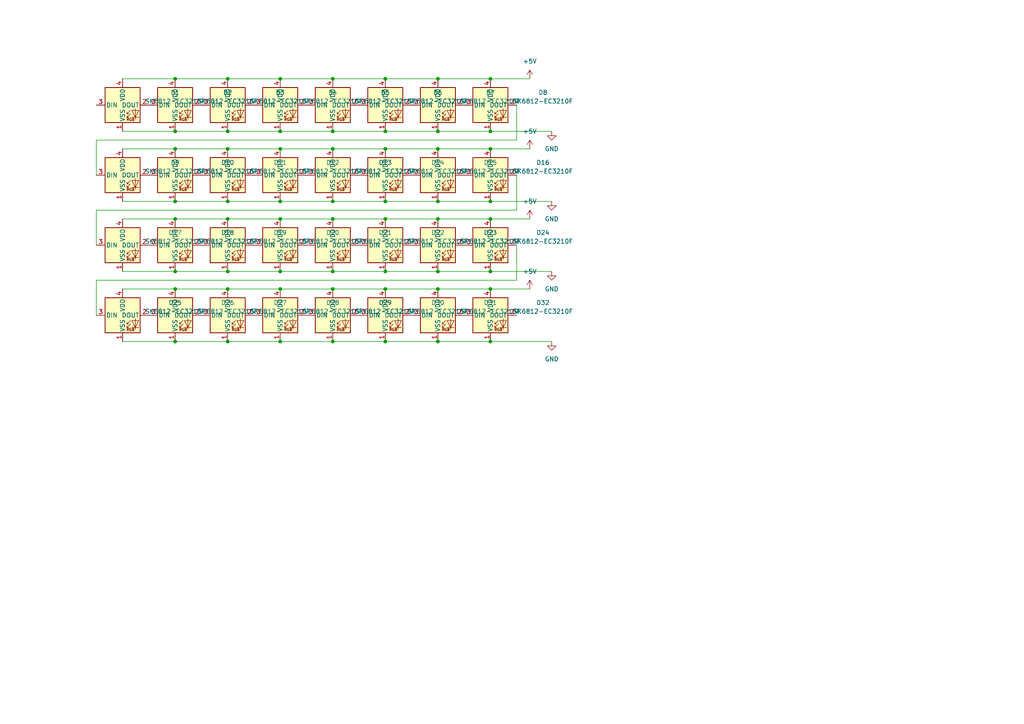
<source format=kicad_sch>
(kicad_sch (version 20230121) (generator eeschema)
  (paper "A4")
  (lib_symbols
    (symbol "CustomSymbols:SK6812-EC3210F" (pin_names (offset 0.254))
      (property "Reference" "D" (at 5.08 5.715 0))
      (property "Value" "SK6812-EC3210F" (at 1.27 -5.715 0))
      (symbol "SK6812-EC3210F_0_0"
        (text "RGB" (at 2.286 -4.191 0) (effects (font (size 0.762 0.762))))
      )
      (symbol "SK6812-EC3210F_0_1"
        (polyline (pts (xy 1.27 -3.556) (xy 1.778 -3.556)))
        (polyline (pts (xy 1.27 -2.54) (xy 1.778 -2.54)))
        (polyline (pts (xy 4.699 -3.556) (xy 2.667 -3.556)))
        (polyline (pts (xy 2.286 -2.54) (xy 1.27 -3.556) (xy 1.27 -3.048)))
        (polyline (pts (xy 2.286 -1.524) (xy 1.27 -2.54) (xy 1.27 -2.032)))
        (polyline (pts (xy 3.683 -1.016) (xy 3.683 -3.556) (xy 3.683 -4.064)))
        (polyline (pts (xy 4.699 -1.524) (xy 2.667 -1.524) (xy 3.683 -3.556) (xy 4.699 -1.524)))
        (rectangle (start 5.08 5.08) (end -5.08 -5.08) (stroke (width 0.254)) (fill (type background)))
      )
      (symbol "SK6812-EC3210F_1_1"
        (pin power_in line (at 0 -7.62 90) (length 2.54) (name "VSS") (number "1"))
        (pin output line (at 7.62 0 180) (length 2.54) (name "DOUT") (number "2"))
        (pin input line (at -7.62 0 0) (length 2.54) (name "DIN") (number "3"))
        (pin power_in line (at 0 7.62 270) (length 2.54) (name "VDD") (number "4"))
      )
    )
    (symbol "power:+5V" (power) (pin_names (offset 0))
      (property "Value" "+5V" (at 0 3.556 0))
      (symbol "+5V_0_1"
        (polyline (pts (xy -0.762 1.27) (xy 0 2.54)))
        (polyline (pts (xy 0 0) (xy 0 2.54)))
        (polyline (pts (xy 0 2.54) (xy 0.762 1.27)))
      )
      (symbol "+5V_1_1"
        (pin power_in line (at 0 0 90) (length 0) hide (name "+5V") (number "1"))
      )
    )
    (symbol "power:GND" (power) (pin_names (offset 0))
      (property "Value" "GND" (at 0 -3.81 0))
      (symbol "GND_0_1"
        (polyline (pts (xy 0 0) (xy 0 -1.27) (xy 1.27 -1.27) (xy 0 -2.54) (xy -1.27 -1.27) (xy 0 -1.27)))
      )
      (symbol "GND_1_1"
        (pin power_in line (at 0 0 270) (length 0) hide (name "GND") (number "1"))
      )
    )
  )
  (junction (at 111.76 22.86))
  (junction (at 50.8 58.42))
  (junction (at 111.76 63.5))
  (junction (at 142.24 38.1))
  (junction (at 142.24 58.42))
  (junction (at 142.24 99.06))
  (junction (at 66.04 38.1))
  (junction (at 127 78.74))
  (junction (at 50.8 38.1))
  (junction (at 111.76 78.74))
  (junction (at 96.52 22.86))
  (junction (at 96.52 78.74))
  (junction (at 127 58.42))
  (junction (at 111.76 38.1))
  (junction (at 96.52 83.82))
  (junction (at 142.24 22.86))
  (junction (at 50.8 22.86))
  (junction (at 142.24 43.18))
  (junction (at 50.8 99.06))
  (junction (at 50.8 63.5))
  (junction (at 127 63.5))
  (junction (at 127 38.1))
  (junction (at 111.76 43.18))
  (junction (at 96.52 99.06))
  (junction (at 66.04 58.42))
  (junction (at 142.24 78.74))
  (junction (at 50.8 78.74))
  (junction (at 127 43.18))
  (junction (at 66.04 99.06))
  (junction (at 81.28 99.06))
  (junction (at 96.52 58.42))
  (junction (at 81.28 43.18))
  (junction (at 66.04 22.86))
  (junction (at 81.28 63.5))
  (junction (at 96.52 38.1))
  (junction (at 81.28 83.82))
  (junction (at 66.04 78.74))
  (junction (at 111.76 83.82))
  (junction (at 50.8 43.18))
  (junction (at 127 83.82))
  (junction (at 142.24 83.82))
  (junction (at 81.28 78.74))
  (junction (at 66.04 83.82))
  (junction (at 81.28 58.42))
  (junction (at 96.52 63.5))
  (junction (at 127 22.86))
  (junction (at 142.24 63.5))
  (junction (at 81.28 38.1))
  (junction (at 111.76 58.42))
  (junction (at 66.04 63.5))
  (junction (at 96.52 43.18))
  (junction (at 50.8 83.82))
  (junction (at 127 99.06))
  (junction (at 111.76 99.06))
  (junction (at 81.28 22.86))
  (junction (at 66.04 43.18))
  (wire (pts (xy 111.76 63.5) (xy 127 63.5)))
  (wire (pts (xy 96.52 58.42) (xy 111.76 58.42)))
  (wire (pts (xy 111.76 38.1) (xy 127 38.1)))
  (wire (pts (xy 81.28 38.1) (xy 96.52 38.1)))
  (wire (pts (xy 66.04 22.86) (xy 81.28 22.86)))
  (wire (pts (xy 35.56 78.74) (xy 50.8 78.74)))
  (wire (pts (xy 142.24 99.06) (xy 160.02 99.06)))
  (wire (pts (xy 127 78.74) (xy 142.24 78.74)))
  (wire (pts (xy 111.76 83.82) (xy 127 83.82)))
  (wire (pts (xy 50.8 78.74) (xy 66.04 78.74)))
  (wire (pts (xy 127 43.18) (xy 142.24 43.18)))
  (wire (pts (xy 96.52 38.1) (xy 111.76 38.1)))
  (wire (pts (xy 35.56 22.86) (xy 50.8 22.86)))
  (wire (pts (xy 81.28 99.06) (xy 96.52 99.06)))
  (wire (pts (xy 66.04 99.06) (xy 81.28 99.06)))
  (wire (pts (xy 50.8 22.86) (xy 66.04 22.86)))
  (wire (pts (xy 149.86 60.96) (xy 27.94 60.96)))
  (wire (pts (xy 149.86 71.12) (xy 149.86 81.28)))
  (wire (pts (xy 127 22.86) (xy 142.24 22.86)))
  (wire (pts (xy 142.24 38.1) (xy 160.02 38.1)))
  (wire (pts (xy 142.24 63.5) (xy 153.67 63.5)))
  (wire (pts (xy 127 83.82) (xy 142.24 83.82)))
  (wire (pts (xy 35.56 38.1) (xy 50.8 38.1)))
  (wire (pts (xy 66.04 83.82) (xy 81.28 83.82)))
  (wire (pts (xy 66.04 63.5) (xy 81.28 63.5)))
  (wire (pts (xy 50.8 63.5) (xy 66.04 63.5)))
  (wire (pts (xy 50.8 83.82) (xy 66.04 83.82)))
  (wire (pts (xy 142.24 83.82) (xy 153.67 83.82)))
  (wire (pts (xy 35.56 99.06) (xy 50.8 99.06)))
  (wire (pts (xy 81.28 43.18) (xy 96.52 43.18)))
  (wire (pts (xy 96.52 99.06) (xy 111.76 99.06)))
  (wire (pts (xy 96.52 83.82) (xy 111.76 83.82)))
  (wire (pts (xy 127 63.5) (xy 142.24 63.5)))
  (wire (pts (xy 27.94 60.96) (xy 27.94 71.12)))
  (wire (pts (xy 81.28 83.82) (xy 96.52 83.82)))
  (wire (pts (xy 111.76 22.86) (xy 127 22.86)))
  (wire (pts (xy 111.76 43.18) (xy 127 43.18)))
  (wire (pts (xy 149.86 81.28) (xy 27.94 81.28)))
  (wire (pts (xy 96.52 78.74) (xy 111.76 78.74)))
  (wire (pts (xy 142.24 22.86) (xy 153.67 22.86)))
  (wire (pts (xy 96.52 43.18) (xy 111.76 43.18)))
  (wire (pts (xy 66.04 58.42) (xy 81.28 58.42)))
  (wire (pts (xy 81.28 58.42) (xy 96.52 58.42)))
  (wire (pts (xy 50.8 99.06) (xy 66.04 99.06)))
  (wire (pts (xy 81.28 78.74) (xy 96.52 78.74)))
  (wire (pts (xy 111.76 99.06) (xy 127 99.06)))
  (wire (pts (xy 81.28 22.86) (xy 96.52 22.86)))
  (wire (pts (xy 35.56 58.42) (xy 50.8 58.42)))
  (wire (pts (xy 35.56 83.82) (xy 50.8 83.82)))
  (wire (pts (xy 66.04 78.74) (xy 81.28 78.74)))
  (wire (pts (xy 149.86 30.48) (xy 149.86 40.64)))
  (wire (pts (xy 149.86 50.8) (xy 149.86 60.96)))
  (wire (pts (xy 27.94 40.64) (xy 27.94 50.8)))
  (wire (pts (xy 142.24 43.18) (xy 153.67 43.18)))
  (wire (pts (xy 127 58.42) (xy 142.24 58.42)))
  (wire (pts (xy 35.56 43.18) (xy 50.8 43.18)))
  (wire (pts (xy 27.94 81.28) (xy 27.94 91.44)))
  (wire (pts (xy 96.52 22.86) (xy 111.76 22.86)))
  (wire (pts (xy 50.8 58.42) (xy 66.04 58.42)))
  (wire (pts (xy 66.04 38.1) (xy 81.28 38.1)))
  (wire (pts (xy 127 99.06) (xy 142.24 99.06)))
  (wire (pts (xy 81.28 63.5) (xy 96.52 63.5)))
  (wire (pts (xy 111.76 58.42) (xy 127 58.42)))
  (wire (pts (xy 66.04 43.18) (xy 81.28 43.18)))
  (wire (pts (xy 127 38.1) (xy 142.24 38.1)))
  (wire (pts (xy 50.8 43.18) (xy 66.04 43.18)))
  (wire (pts (xy 149.86 40.64) (xy 27.94 40.64)))
  (wire (pts (xy 35.56 63.5) (xy 50.8 63.5)))
  (wire (pts (xy 142.24 78.74) (xy 160.02 78.74)))
  (wire (pts (xy 142.24 58.42) (xy 160.02 58.42)))
  (wire (pts (xy 50.8 38.1) (xy 66.04 38.1)))
  (wire (pts (xy 96.52 63.5) (xy 111.76 63.5)))
  (wire (pts (xy 111.76 78.74) (xy 127 78.74)))
  (symbol (lib_id "power:+5V") (at 153.67 63.5 0) (unit 1)
    (property "Reference" "#PWR03" (effects hide))
    (property "Value" "+5V" (at 153.67 58.42 0))
  )
  (symbol (lib_id "CustomSymbols:SK6812-EC3210F") (at 96.52 30.48 0) (unit 1)
    (property "Reference" "D5" (at 111.76 26.8321 0))
    (property "Value" "SK6812-EC3210F" (at 111.76 29.3721 0))
    (property "Footprint" "Custom Footprint Library:SK6812-EC3210F" (effects hide))
    (property "Datasheet" "https://cdn-shop.adafruit.com/product-files/4892/4892_SK68XX-EC3210F__REV.A.pdf" (effects hide))
  )
  (symbol (lib_id "CustomSymbols:SK6812-EC3210F") (at 66.04 91.44 0) (unit 1)
    (property "Reference" "D27" (at 81.28 87.7921 0))
    (property "Value" "SK6812-EC3210F" (at 81.28 90.3321 0))
    (property "Footprint" "Custom Footprint Library:SK6812-EC3210F" (effects hide))
    (property "Datasheet" "https://cdn-shop.adafruit.com/product-files/4892/4892_SK68XX-EC3210F__REV.A.pdf" (effects hide))
  )
  (symbol (lib_id "CustomSymbols:SK6812-EC3210F") (at 35.56 71.12 0) (unit 1)
    (property "Reference" "D17" (at 50.8 67.4721 0))
    (property "Value" "SK6812-EC3210F" (at 50.8 70.0121 0))
    (property "Footprint" "Custom Footprint Library:SK6812-EC3210F" (effects hide))
    (property "Datasheet" "https://cdn-shop.adafruit.com/product-files/4892/4892_SK68XX-EC3210F__REV.A.pdf" (effects hide))
  )
  (symbol (lib_id "CustomSymbols:SK6812-EC3210F") (at 142.24 71.12 0) (unit 1)
    (property "Reference" "D24" (at 157.48 67.4721 0))
    (property "Value" "SK6812-EC3210F" (at 157.48 70.0121 0))
    (property "Footprint" "Custom Footprint Library:SK6812-EC3210F" (effects hide))
    (property "Datasheet" "https://cdn-shop.adafruit.com/product-files/4892/4892_SK68XX-EC3210F__REV.A.pdf" (effects hide))
  )
  (symbol (lib_id "CustomSymbols:SK6812-EC3210F") (at 50.8 50.8 0) (unit 1)
    (property "Reference" "D10" (at 66.04 47.1521 0))
    (property "Value" "SK6812-EC3210F" (at 66.04 49.6921 0))
    (property "Footprint" "Custom Footprint Library:SK6812-EC3210F" (effects hide))
    (property "Datasheet" "https://cdn-shop.adafruit.com/product-files/4892/4892_SK68XX-EC3210F__REV.A.pdf" (effects hide))
  )
  (symbol (lib_id "CustomSymbols:SK6812-EC3210F") (at 142.24 91.44 0) (unit 1)
    (property "Reference" "D32" (at 157.48 87.7921 0))
    (property "Value" "SK6812-EC3210F" (at 157.48 90.3321 0))
    (property "Footprint" "Custom Footprint Library:SK6812-EC3210F" (effects hide))
    (property "Datasheet" "https://cdn-shop.adafruit.com/product-files/4892/4892_SK68XX-EC3210F__REV.A.pdf" (effects hide))
  )
  (symbol (lib_id "power:+5V") (at 153.67 43.18 0) (unit 1)
    (property "Reference" "#PWR02" (effects hide))
    (property "Value" "+5V" (at 153.67 38.1 0))
  )
  (symbol (lib_id "CustomSymbols:SK6812-EC3210F") (at 111.76 50.8 0) (unit 1)
    (property "Reference" "D14" (at 127 47.1521 0))
    (property "Value" "SK6812-EC3210F" (at 127 49.6921 0))
    (property "Footprint" "Custom Footprint Library:SK6812-EC3210F" (effects hide))
    (property "Datasheet" "https://cdn-shop.adafruit.com/product-files/4892/4892_SK68XX-EC3210F__REV.A.pdf" (effects hide))
  )
  (symbol (lib_id "power:GND") (at 160.02 38.1 0) (unit 1)
    (property "Reference" "#PWR05" (effects hide))
    (property "Value" "GND" (at 160.02 43.18 0))
  )
  (symbol (lib_id "power:GND") (at 160.02 99.06 0) (unit 1)
    (property "Reference" "#PWR08" (effects hide))
    (property "Value" "GND" (at 160.02 104.14 0))
  )
  (symbol (lib_id "CustomSymbols:SK6812-EC3210F") (at 127 91.44 0) (unit 1)
    (property "Reference" "D31" (at 142.24 87.7921 0))
    (property "Value" "SK6812-EC3210F" (at 142.24 90.3321 0))
    (property "Footprint" "Custom Footprint Library:SK6812-EC3210F" (effects hide))
    (property "Datasheet" "https://cdn-shop.adafruit.com/product-files/4892/4892_SK68XX-EC3210F__REV.A.pdf" (effects hide))
  )
  (symbol (lib_id "CustomSymbols:SK6812-EC3210F") (at 111.76 91.44 0) (unit 1)
    (property "Reference" "D30" (at 127 87.7921 0))
    (property "Value" "SK6812-EC3210F" (at 127 90.3321 0))
    (property "Footprint" "Custom Footprint Library:SK6812-EC3210F" (effects hide))
    (property "Datasheet" "https://cdn-shop.adafruit.com/product-files/4892/4892_SK68XX-EC3210F__REV.A.pdf" (effects hide))
  )
  (symbol (lib_id "CustomSymbols:SK6812-EC3210F") (at 50.8 71.12 0) (unit 1)
    (property "Reference" "D18" (at 66.04 67.4721 0))
    (property "Value" "SK6812-EC3210F" (at 66.04 70.0121 0))
    (property "Footprint" "Custom Footprint Library:SK6812-EC3210F" (effects hide))
    (property "Datasheet" "https://cdn-shop.adafruit.com/product-files/4892/4892_SK68XX-EC3210F__REV.A.pdf" (effects hide))
  )
  (symbol (lib_id "CustomSymbols:SK6812-EC3210F") (at 142.24 30.48 0) (unit 1)
    (property "Reference" "D8" (at 157.48 26.8321 0))
    (property "Value" "SK6812-EC3210F" (at 157.48 29.3721 0))
    (property "Footprint" "Custom Footprint Library:SK6812-EC3210F" (effects hide))
    (property "Datasheet" "https://cdn-shop.adafruit.com/product-files/4892/4892_SK68XX-EC3210F__REV.A.pdf" (effects hide))
  )
  (symbol (lib_id "CustomSymbols:SK6812-EC3210F") (at 111.76 30.48 0) (unit 1)
    (property "Reference" "D6" (at 127 26.8321 0))
    (property "Value" "SK6812-EC3210F" (at 127 29.3721 0))
    (property "Footprint" "Custom Footprint Library:SK6812-EC3210F" (effects hide))
    (property "Datasheet" "https://cdn-shop.adafruit.com/product-files/4892/4892_SK68XX-EC3210F__REV.A.pdf" (effects hide))
  )
  (symbol (lib_id "CustomSymbols:SK6812-EC3210F") (at 127 71.12 0) (unit 1)
    (property "Reference" "D23" (at 142.24 67.4721 0))
    (property "Value" "SK6812-EC3210F" (at 142.24 70.0121 0))
    (property "Footprint" "Custom Footprint Library:SK6812-EC3210F" (effects hide))
    (property "Datasheet" "https://cdn-shop.adafruit.com/product-files/4892/4892_SK68XX-EC3210F__REV.A.pdf" (effects hide))
  )
  (symbol (lib_id "CustomSymbols:SK6812-EC3210F") (at 111.76 71.12 0) (unit 1)
    (property "Reference" "D22" (at 127 67.4721 0))
    (property "Value" "SK6812-EC3210F" (at 127 70.0121 0))
    (property "Footprint" "Custom Footprint Library:SK6812-EC3210F" (effects hide))
    (property "Datasheet" "https://cdn-shop.adafruit.com/product-files/4892/4892_SK68XX-EC3210F__REV.A.pdf" (effects hide))
  )
  (symbol (lib_id "CustomSymbols:SK6812-EC3210F") (at 35.56 50.8 0) (unit 1)
    (property "Reference" "D9" (at 50.8 47.1521 0))
    (property "Value" "SK6812-EC3210F" (at 50.8 49.6921 0))
    (property "Footprint" "Custom Footprint Library:SK6812-EC3210F" (effects hide))
    (property "Datasheet" "https://cdn-shop.adafruit.com/product-files/4892/4892_SK68XX-EC3210F__REV.A.pdf" (effects hide))
  )
  (symbol (lib_id "CustomSymbols:SK6812-EC3210F") (at 66.04 50.8 0) (unit 1)
    (property "Reference" "D11" (at 81.28 47.1521 0))
    (property "Value" "SK6812-EC3210F" (at 81.28 49.6921 0))
    (property "Footprint" "Custom Footprint Library:SK6812-EC3210F" (effects hide))
    (property "Datasheet" "https://cdn-shop.adafruit.com/product-files/4892/4892_SK68XX-EC3210F__REV.A.pdf" (effects hide))
  )
  (symbol (lib_id "CustomSymbols:SK6812-EC3210F") (at 81.28 50.8 0) (unit 1)
    (property "Reference" "D12" (at 96.52 47.1521 0))
    (property "Value" "SK6812-EC3210F" (at 96.52 49.6921 0))
    (property "Footprint" "Custom Footprint Library:SK6812-EC3210F" (effects hide))
    (property "Datasheet" "https://cdn-shop.adafruit.com/product-files/4892/4892_SK68XX-EC3210F__REV.A.pdf" (effects hide))
  )
  (symbol (lib_id "CustomSymbols:SK6812-EC3210F") (at 35.56 30.48 0) (unit 1)
    (property "Reference" "D1" (at 50.8 26.8321 0))
    (property "Value" "SK6812-EC3210F" (at 50.8 29.3721 0))
    (property "Footprint" "Custom Footprint Library:SK6812-EC3210F" (effects hide))
    (property "Datasheet" "https://cdn-shop.adafruit.com/product-files/4892/4892_SK68XX-EC3210F__REV.A.pdf" (effects hide))
  )
  (symbol (lib_id "CustomSymbols:SK6812-EC3210F") (at 50.8 30.48 0) (unit 1)
    (property "Reference" "D2" (at 66.04 26.8321 0))
    (property "Value" "SK6812-EC3210F" (at 66.04 29.3721 0))
    (property "Footprint" "Custom Footprint Library:SK6812-EC3210F" (effects hide))
    (property "Datasheet" "https://cdn-shop.adafruit.com/product-files/4892/4892_SK68XX-EC3210F__REV.A.pdf" (effects hide))
  )
  (symbol (lib_id "CustomSymbols:SK6812-EC3210F") (at 35.56 91.44 0) (unit 1)
    (property "Reference" "D25" (at 50.8 87.7921 0))
    (property "Value" "SK6812-EC3210F" (at 50.8 90.3321 0))
    (property "Footprint" "Custom Footprint Library:SK6812-EC3210F" (effects hide))
    (property "Datasheet" "https://cdn-shop.adafruit.com/product-files/4892/4892_SK68XX-EC3210F__REV.A.pdf" (effects hide))
  )
  (symbol (lib_id "CustomSymbols:SK6812-EC3210F") (at 50.8 91.44 0) (unit 1)
    (property "Reference" "D26" (at 66.04 87.7921 0))
    (property "Value" "SK6812-EC3210F" (at 66.04 90.3321 0))
    (property "Footprint" "Custom Footprint Library:SK6812-EC3210F" (effects hide))
    (property "Datasheet" "https://cdn-shop.adafruit.com/product-files/4892/4892_SK68XX-EC3210F__REV.A.pdf" (effects hide))
  )
  (symbol (lib_id "CustomSymbols:SK6812-EC3210F") (at 81.28 91.44 0) (unit 1)
    (property "Reference" "D28" (at 96.52 87.7921 0))
    (property "Value" "SK6812-EC3210F" (at 96.52 90.3321 0))
    (property "Footprint" "Custom Footprint Library:SK6812-EC3210F" (effects hide))
    (property "Datasheet" "https://cdn-shop.adafruit.com/product-files/4892/4892_SK68XX-EC3210F__REV.A.pdf" (effects hide))
  )
  (symbol (lib_id "CustomSymbols:SK6812-EC3210F") (at 127 30.48 0) (unit 1)
    (property "Reference" "D7" (at 142.24 26.8321 0))
    (property "Value" "SK6812-EC3210F" (at 142.24 29.3721 0))
    (property "Footprint" "Custom Footprint Library:SK6812-EC3210F" (effects hide))
    (property "Datasheet" "https://cdn-shop.adafruit.com/product-files/4892/4892_SK68XX-EC3210F__REV.A.pdf" (effects hide))
  )
  (symbol (lib_id "CustomSymbols:SK6812-EC3210F") (at 96.52 50.8 0) (unit 1)
    (property "Reference" "D13" (at 111.76 47.1521 0))
    (property "Value" "SK6812-EC3210F" (at 111.76 49.6921 0))
    (property "Footprint" "Custom Footprint Library:SK6812-EC3210F" (effects hide))
    (property "Datasheet" "https://cdn-shop.adafruit.com/product-files/4892/4892_SK68XX-EC3210F__REV.A.pdf" (effects hide))
  )
  (symbol (lib_id "CustomSymbols:SK6812-EC3210F") (at 127 50.8 0) (unit 1)
    (property "Reference" "D15" (at 142.24 47.1521 0))
    (property "Value" "SK6812-EC3210F" (at 142.24 49.6921 0))
    (property "Footprint" "Custom Footprint Library:SK6812-EC3210F" (effects hide))
    (property "Datasheet" "https://cdn-shop.adafruit.com/product-files/4892/4892_SK68XX-EC3210F__REV.A.pdf" (effects hide))
  )
  (symbol (lib_id "CustomSymbols:SK6812-EC3210F") (at 96.52 71.12 0) (unit 1)
    (property "Reference" "D21" (at 111.76 67.4721 0))
    (property "Value" "SK6812-EC3210F" (at 111.76 70.0121 0))
    (property "Footprint" "Custom Footprint Library:SK6812-EC3210F" (effects hide))
    (property "Datasheet" "https://cdn-shop.adafruit.com/product-files/4892/4892_SK68XX-EC3210F__REV.A.pdf" (effects hide))
  )
  (symbol (lib_id "power:GND") (at 160.02 58.42 0) (unit 1)
    (property "Reference" "#PWR06" (effects hide))
    (property "Value" "GND" (at 160.02 63.5 0))
  )
  (symbol (lib_id "CustomSymbols:SK6812-EC3210F") (at 66.04 71.12 0) (unit 1)
    (property "Reference" "D19" (at 81.28 67.4721 0))
    (property "Value" "SK6812-EC3210F" (at 81.28 70.0121 0))
    (property "Footprint" "Custom Footprint Library:SK6812-EC3210F" (effects hide))
    (property "Datasheet" "https://cdn-shop.adafruit.com/product-files/4892/4892_SK68XX-EC3210F__REV.A.pdf" (effects hide))
  )
  (symbol (lib_id "CustomSymbols:SK6812-EC3210F") (at 81.28 30.48 0) (unit 1)
    (property "Reference" "D4" (at 96.52 26.8321 0))
    (property "Value" "SK6812-EC3210F" (at 96.52 29.3721 0))
    (property "Footprint" "Custom Footprint Library:SK6812-EC3210F" (effects hide))
    (property "Datasheet" "https://cdn-shop.adafruit.com/product-files/4892/4892_SK68XX-EC3210F__REV.A.pdf" (effects hide))
  )
  (symbol (lib_id "CustomSymbols:SK6812-EC3210F") (at 142.24 50.8 0) (unit 1)
    (property "Reference" "D16" (at 157.48 47.1521 0))
    (property "Value" "SK6812-EC3210F" (at 157.48 49.6921 0))
    (property "Footprint" "Custom Footprint Library:SK6812-EC3210F" (effects hide))
    (property "Datasheet" "https://cdn-shop.adafruit.com/product-files/4892/4892_SK68XX-EC3210F__REV.A.pdf" (effects hide))
  )
  (symbol (lib_id "power:GND") (at 160.02 78.74 0) (unit 1)
    (property "Reference" "#PWR07" (effects hide))
    (property "Value" "GND" (at 160.02 83.82 0))
  )
  (symbol (lib_id "power:+5V") (at 153.67 22.86 0) (unit 1)
    (property "Reference" "#PWR01" (effects hide))
    (property "Value" "+5V" (at 153.67 17.78 0))
  )
  (symbol (lib_id "CustomSymbols:SK6812-EC3210F") (at 96.52 91.44 0) (unit 1)
    (property "Reference" "D29" (at 111.76 87.7921 0))
    (property "Value" "SK6812-EC3210F" (at 111.76 90.3321 0))
    (property "Footprint" "Custom Footprint Library:SK6812-EC3210F" (effects hide))
    (property "Datasheet" "https://cdn-shop.adafruit.com/product-files/4892/4892_SK68XX-EC3210F__REV.A.pdf" (effects hide))
  )
  (symbol (lib_id "CustomSymbols:SK6812-EC3210F") (at 81.28 71.12 0) (unit 1)
    (property "Reference" "D20" (at 96.52 67.4721 0))
    (property "Value" "SK6812-EC3210F" (at 96.52 70.0121 0))
    (property "Footprint" "Custom Footprint Library:SK6812-EC3210F" (effects hide))
    (property "Datasheet" "https://cdn-shop.adafruit.com/product-files/4892/4892_SK68XX-EC3210F__REV.A.pdf" (effects hide))
  )
  (symbol (lib_id "CustomSymbols:SK6812-EC3210F") (at 66.04 30.48 0) (unit 1)
    (property "Reference" "D3" (at 81.28 26.8321 0))
    (property "Value" "SK6812-EC3210F" (at 81.28 29.3721 0))
    (property "Footprint" "Custom Footprint Library:SK6812-EC3210F" (effects hide))
    (property "Datasheet" "https://cdn-shop.adafruit.com/product-files/4892/4892_SK68XX-EC3210F__REV.A.pdf" (effects hide))
  )
  (symbol (lib_id "power:+5V") (at 153.67 83.82 0) (unit 1)
    (property "Reference" "#PWR04" (effects hide))
    (property "Value" "+5V" (at 153.67 78.74 0))
  )
)
</source>
